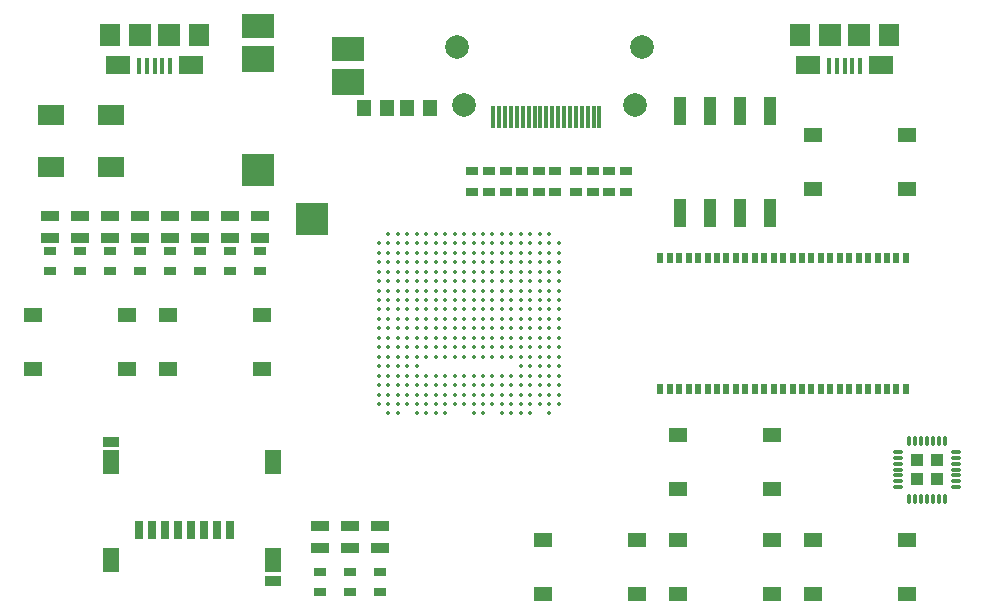
<source format=gtp>
G04 #@! TF.GenerationSoftware,KiCad,Pcbnew,5.0.0+dfsg1-1*
G04 #@! TF.CreationDate,2018-08-10T18:38:10+02:00*
G04 #@! TF.ProjectId,ulx3s,756C7833732E6B696361645F70636200,rev?*
G04 #@! TF.SameCoordinates,Original*
G04 #@! TF.FileFunction,Paste,Top*
G04 #@! TF.FilePolarity,Positive*
%FSLAX46Y46*%
G04 Gerber Fmt 4.6, Leading zero omitted, Abs format (unit mm)*
G04 Created by KiCad (PCBNEW 5.0.0+dfsg1-1) date Fri Aug 10 18:38:10 2018*
%MOMM*%
%LPD*%
G01*
G04 APERTURE LIST*
%ADD10C,0.350000*%
%ADD11R,0.300000X1.900000*%
%ADD12C,2.000000*%
%ADD13R,1.120000X2.440000*%
%ADD14R,0.560000X0.900000*%
%ADD15O,0.850000X0.300000*%
%ADD16O,0.300000X0.850000*%
%ADD17R,1.005000X1.005000*%
%ADD18R,2.800000X2.000000*%
%ADD19R,2.800000X2.200000*%
%ADD20R,2.800000X2.800000*%
%ADD21R,0.700000X1.500000*%
%ADD22R,1.450000X0.900000*%
%ADD23R,1.450000X2.000000*%
%ADD24R,2.200000X1.800000*%
%ADD25R,1.000000X0.670000*%
%ADD26R,1.500000X0.970000*%
%ADD27R,1.295000X1.400000*%
%ADD28R,1.800000X1.900000*%
%ADD29R,0.400000X1.350000*%
%ADD30R,1.900000X1.900000*%
%ADD31R,2.100000X1.600000*%
%ADD32R,1.550000X1.300000*%
G04 APERTURE END LIST*
D10*
G04 #@! TO.C,U1*
X145280000Y-95400000D03*
X143680000Y-95400000D03*
X142880000Y-95400000D03*
X142080000Y-95400000D03*
X141280000Y-95400000D03*
X139680000Y-95400000D03*
X138880000Y-95400000D03*
X136480000Y-95400000D03*
X135680000Y-95400000D03*
X134880000Y-95400000D03*
X134080000Y-95400000D03*
X132480000Y-95400000D03*
X131680000Y-95400000D03*
X146080000Y-94600000D03*
X145280000Y-94600000D03*
X144480000Y-94600000D03*
X143680000Y-94600000D03*
X142880000Y-94600000D03*
X142080000Y-94600000D03*
X141280000Y-94600000D03*
X140480000Y-94600000D03*
X139680000Y-94600000D03*
X138880000Y-94600000D03*
X138080000Y-94600000D03*
X137280000Y-94600000D03*
X136480000Y-94600000D03*
X135680000Y-94600000D03*
X134880000Y-94600000D03*
X134080000Y-94600000D03*
X133280000Y-94600000D03*
X132480000Y-94600000D03*
X131680000Y-94600000D03*
X130880000Y-94600000D03*
X146080000Y-93800000D03*
X145280000Y-93800000D03*
X144480000Y-93800000D03*
X143680000Y-93800000D03*
X142880000Y-93800000D03*
X142080000Y-93800000D03*
X141280000Y-93800000D03*
X140480000Y-93800000D03*
X139680000Y-93800000D03*
X138880000Y-93800000D03*
X138080000Y-93800000D03*
X137280000Y-93800000D03*
X136480000Y-93800000D03*
X135680000Y-93800000D03*
X134880000Y-93800000D03*
X134080000Y-93800000D03*
X133280000Y-93800000D03*
X132480000Y-93800000D03*
X131680000Y-93800000D03*
X130880000Y-93800000D03*
X146080000Y-93000000D03*
X145280000Y-93000000D03*
X144480000Y-93000000D03*
X143680000Y-93000000D03*
X142880000Y-93000000D03*
X142080000Y-93000000D03*
X141280000Y-93000000D03*
X140480000Y-93000000D03*
X139680000Y-93000000D03*
X138880000Y-93000000D03*
X138080000Y-93000000D03*
X137280000Y-93000000D03*
X136480000Y-93000000D03*
X135680000Y-93000000D03*
X134880000Y-93000000D03*
X134080000Y-93000000D03*
X133280000Y-93000000D03*
X132480000Y-93000000D03*
X131680000Y-93000000D03*
X130880000Y-93000000D03*
X146080000Y-92200000D03*
X145280000Y-92200000D03*
X144480000Y-92200000D03*
X143680000Y-92200000D03*
X142880000Y-92200000D03*
X142080000Y-92200000D03*
X141280000Y-92200000D03*
X140480000Y-92200000D03*
X139680000Y-92200000D03*
X138880000Y-92200000D03*
X138080000Y-92200000D03*
X137280000Y-92200000D03*
X136480000Y-92200000D03*
X135680000Y-92200000D03*
X134880000Y-92200000D03*
X134080000Y-92200000D03*
X133280000Y-92200000D03*
X132480000Y-92200000D03*
X131680000Y-92200000D03*
X130880000Y-92200000D03*
X146080000Y-91400000D03*
X145280000Y-91400000D03*
X144480000Y-91400000D03*
X143680000Y-91400000D03*
X142880000Y-91400000D03*
X134080000Y-91400000D03*
X133280000Y-91400000D03*
X132480000Y-91400000D03*
X131680000Y-91400000D03*
X130880000Y-91400000D03*
X146080000Y-90600000D03*
X145280000Y-90600000D03*
X144480000Y-90600000D03*
X143680000Y-90600000D03*
X142880000Y-90600000D03*
X142080000Y-90600000D03*
X141280000Y-90600000D03*
X140480000Y-90600000D03*
X139680000Y-90600000D03*
X138880000Y-90600000D03*
X138080000Y-90600000D03*
X137280000Y-90600000D03*
X136480000Y-90600000D03*
X135680000Y-90600000D03*
X134880000Y-90600000D03*
X134080000Y-90600000D03*
X133280000Y-90600000D03*
X132480000Y-90600000D03*
X131680000Y-90600000D03*
X130880000Y-90600000D03*
X146080000Y-89800000D03*
X145280000Y-89800000D03*
X144480000Y-89800000D03*
X143680000Y-89800000D03*
X142880000Y-89800000D03*
X142080000Y-89800000D03*
X141280000Y-89800000D03*
X140480000Y-89800000D03*
X139680000Y-89800000D03*
X138880000Y-89800000D03*
X138080000Y-89800000D03*
X137280000Y-89800000D03*
X136480000Y-89800000D03*
X135680000Y-89800000D03*
X134880000Y-89800000D03*
X134080000Y-89800000D03*
X133280000Y-89800000D03*
X132480000Y-89800000D03*
X131680000Y-89800000D03*
X130880000Y-89800000D03*
X146080000Y-89000000D03*
X145280000Y-89000000D03*
X144480000Y-89000000D03*
X143680000Y-89000000D03*
X142880000Y-89000000D03*
X142080000Y-89000000D03*
X141280000Y-89000000D03*
X140480000Y-89000000D03*
X139680000Y-89000000D03*
X138880000Y-89000000D03*
X138080000Y-89000000D03*
X137280000Y-89000000D03*
X136480000Y-89000000D03*
X135680000Y-89000000D03*
X134880000Y-89000000D03*
X134080000Y-89000000D03*
X133280000Y-89000000D03*
X132480000Y-89000000D03*
X131680000Y-89000000D03*
X130880000Y-89000000D03*
X146080000Y-88200000D03*
X145280000Y-88200000D03*
X144480000Y-88200000D03*
X143680000Y-88200000D03*
X142880000Y-88200000D03*
X142080000Y-88200000D03*
X141280000Y-88200000D03*
X140480000Y-88200000D03*
X139680000Y-88200000D03*
X138880000Y-88200000D03*
X138080000Y-88200000D03*
X137280000Y-88200000D03*
X136480000Y-88200000D03*
X135680000Y-88200000D03*
X134880000Y-88200000D03*
X134080000Y-88200000D03*
X133280000Y-88200000D03*
X132480000Y-88200000D03*
X131680000Y-88200000D03*
X130880000Y-88200000D03*
X146080000Y-87400000D03*
X145280000Y-87400000D03*
X144480000Y-87400000D03*
X143680000Y-87400000D03*
X142880000Y-87400000D03*
X142080000Y-87400000D03*
X141280000Y-87400000D03*
X140480000Y-87400000D03*
X139680000Y-87400000D03*
X138880000Y-87400000D03*
X138080000Y-87400000D03*
X137280000Y-87400000D03*
X136480000Y-87400000D03*
X135680000Y-87400000D03*
X134880000Y-87400000D03*
X134080000Y-87400000D03*
X133280000Y-87400000D03*
X132480000Y-87400000D03*
X131680000Y-87400000D03*
X130880000Y-87400000D03*
X146080000Y-86600000D03*
X145280000Y-86600000D03*
X144480000Y-86600000D03*
X143680000Y-86600000D03*
X142880000Y-86600000D03*
X142080000Y-86600000D03*
X141280000Y-86600000D03*
X140480000Y-86600000D03*
X139680000Y-86600000D03*
X138880000Y-86600000D03*
X138080000Y-86600000D03*
X137280000Y-86600000D03*
X136480000Y-86600000D03*
X135680000Y-86600000D03*
X134880000Y-86600000D03*
X134080000Y-86600000D03*
X133280000Y-86600000D03*
X132480000Y-86600000D03*
X131680000Y-86600000D03*
X130880000Y-86600000D03*
X146080000Y-85800000D03*
X145280000Y-85800000D03*
X144480000Y-85800000D03*
X143680000Y-85800000D03*
X142880000Y-85800000D03*
X142080000Y-85800000D03*
X141280000Y-85800000D03*
X140480000Y-85800000D03*
X139680000Y-85800000D03*
X138880000Y-85800000D03*
X138080000Y-85800000D03*
X137280000Y-85800000D03*
X136480000Y-85800000D03*
X135680000Y-85800000D03*
X134880000Y-85800000D03*
X134080000Y-85800000D03*
X133280000Y-85800000D03*
X132480000Y-85800000D03*
X131680000Y-85800000D03*
X130880000Y-85800000D03*
X146080000Y-85000000D03*
X145280000Y-85000000D03*
X144480000Y-85000000D03*
X143680000Y-85000000D03*
X142880000Y-85000000D03*
X142080000Y-85000000D03*
X141280000Y-85000000D03*
X140480000Y-85000000D03*
X139680000Y-85000000D03*
X138880000Y-85000000D03*
X138080000Y-85000000D03*
X137280000Y-85000000D03*
X136480000Y-85000000D03*
X135680000Y-85000000D03*
X134880000Y-85000000D03*
X134080000Y-85000000D03*
X133280000Y-85000000D03*
X132480000Y-85000000D03*
X131680000Y-85000000D03*
X130880000Y-85000000D03*
X146080000Y-84200000D03*
X145280000Y-84200000D03*
X144480000Y-84200000D03*
X143680000Y-84200000D03*
X142880000Y-84200000D03*
X142080000Y-84200000D03*
X141280000Y-84200000D03*
X140480000Y-84200000D03*
X139680000Y-84200000D03*
X138880000Y-84200000D03*
X138080000Y-84200000D03*
X137280000Y-84200000D03*
X136480000Y-84200000D03*
X135680000Y-84200000D03*
X134880000Y-84200000D03*
X134080000Y-84200000D03*
X133280000Y-84200000D03*
X132480000Y-84200000D03*
X131680000Y-84200000D03*
X130880000Y-84200000D03*
X146080000Y-83400000D03*
X145280000Y-83400000D03*
X144480000Y-83400000D03*
X143680000Y-83400000D03*
X142880000Y-83400000D03*
X142080000Y-83400000D03*
X141280000Y-83400000D03*
X140480000Y-83400000D03*
X139680000Y-83400000D03*
X138880000Y-83400000D03*
X138080000Y-83400000D03*
X137280000Y-83400000D03*
X136480000Y-83400000D03*
X135680000Y-83400000D03*
X134880000Y-83400000D03*
X134080000Y-83400000D03*
X133280000Y-83400000D03*
X132480000Y-83400000D03*
X131680000Y-83400000D03*
X130880000Y-83400000D03*
X146080000Y-82600000D03*
X145280000Y-82600000D03*
X144480000Y-82600000D03*
X143680000Y-82600000D03*
X142880000Y-82600000D03*
X142080000Y-82600000D03*
X141280000Y-82600000D03*
X140480000Y-82600000D03*
X139680000Y-82600000D03*
X138880000Y-82600000D03*
X138080000Y-82600000D03*
X137280000Y-82600000D03*
X136480000Y-82600000D03*
X135680000Y-82600000D03*
X134880000Y-82600000D03*
X134080000Y-82600000D03*
X133280000Y-82600000D03*
X132480000Y-82600000D03*
X131680000Y-82600000D03*
X130880000Y-82600000D03*
X146080000Y-81800000D03*
X145280000Y-81800000D03*
X144480000Y-81800000D03*
X143680000Y-81800000D03*
X142880000Y-81800000D03*
X142080000Y-81800000D03*
X141280000Y-81800000D03*
X140480000Y-81800000D03*
X139680000Y-81800000D03*
X138880000Y-81800000D03*
X138080000Y-81800000D03*
X137280000Y-81800000D03*
X136480000Y-81800000D03*
X135680000Y-81800000D03*
X134880000Y-81800000D03*
X134080000Y-81800000D03*
X133280000Y-81800000D03*
X132480000Y-81800000D03*
X131680000Y-81800000D03*
X130880000Y-81800000D03*
X146080000Y-81000000D03*
X145280000Y-81000000D03*
X144480000Y-81000000D03*
X143680000Y-81000000D03*
X142880000Y-81000000D03*
X142080000Y-81000000D03*
X141280000Y-81000000D03*
X140480000Y-81000000D03*
X139680000Y-81000000D03*
X138880000Y-81000000D03*
X138080000Y-81000000D03*
X137280000Y-81000000D03*
X136480000Y-81000000D03*
X135680000Y-81000000D03*
X134880000Y-81000000D03*
X134080000Y-81000000D03*
X133280000Y-81000000D03*
X132480000Y-81000000D03*
X131680000Y-81000000D03*
X130880000Y-81000000D03*
X145280000Y-80200000D03*
X144480000Y-80200000D03*
X143680000Y-80200000D03*
X142880000Y-80200000D03*
X142080000Y-80200000D03*
X141280000Y-80200000D03*
X140480000Y-80200000D03*
X139680000Y-80200000D03*
X138880000Y-80200000D03*
X138080000Y-80200000D03*
X137280000Y-80200000D03*
X136480000Y-80200000D03*
X135680000Y-80200000D03*
X134880000Y-80200000D03*
X134080000Y-80200000D03*
X133280000Y-80200000D03*
X132480000Y-80200000D03*
X131680000Y-80200000D03*
G04 #@! TD*
D11*
G04 #@! TO.C,GPDI1*
X149546000Y-70312000D03*
X149046000Y-70312000D03*
X148546000Y-70312000D03*
X148046000Y-70312000D03*
X147546000Y-70312000D03*
X147046000Y-70312000D03*
X146546000Y-70312000D03*
X146046000Y-70312000D03*
X145546000Y-70312000D03*
X145046000Y-70312000D03*
X144546000Y-70312000D03*
X144046000Y-70312000D03*
X143546000Y-70312000D03*
X143046000Y-70312000D03*
X142546000Y-70312000D03*
X142046000Y-70312000D03*
X141546000Y-70312000D03*
X141046000Y-70312000D03*
X140546000Y-70312000D03*
D12*
X152546000Y-69312000D03*
X138046000Y-69312000D03*
X153146000Y-64412000D03*
X137446000Y-64412000D03*
G04 #@! TD*
D13*
G04 #@! TO.C,SW1*
X156330000Y-69815000D03*
X163950000Y-78425000D03*
X158870000Y-69815000D03*
X161410000Y-78425000D03*
X161410000Y-69815000D03*
X158870000Y-78425000D03*
X163950000Y-69815000D03*
X156330000Y-78425000D03*
G04 #@! TD*
D14*
G04 #@! TO.C,U2*
X175493000Y-82270000D03*
X154693000Y-93330000D03*
X155493000Y-93330000D03*
X156293000Y-93330000D03*
X157093000Y-93330000D03*
X157893000Y-93330000D03*
X158693000Y-93330000D03*
X159493000Y-93330000D03*
X160293000Y-93330000D03*
X161093000Y-93330000D03*
X161893000Y-93330000D03*
X162693000Y-93330000D03*
X163493000Y-93330000D03*
X164293000Y-93330000D03*
X165093000Y-93330000D03*
X165893000Y-93330000D03*
X166693000Y-93330000D03*
X167493000Y-93330000D03*
X168293000Y-93330000D03*
X169093000Y-93330000D03*
X169893000Y-93330000D03*
X170693000Y-93330000D03*
X171493000Y-93330000D03*
X172293000Y-93330000D03*
X173093000Y-93330000D03*
X173893000Y-93330000D03*
X174693000Y-93330000D03*
X175493000Y-93330000D03*
X174693000Y-82270000D03*
X173893000Y-82270000D03*
X173093000Y-82270000D03*
X172293000Y-82270000D03*
X171493000Y-82270000D03*
X170693000Y-82270000D03*
X169893000Y-82270000D03*
X169093000Y-82270000D03*
X168293000Y-82270000D03*
X167493000Y-82270000D03*
X166693000Y-82270000D03*
X165893000Y-82270000D03*
X165093000Y-82270000D03*
X164293000Y-82270000D03*
X163493000Y-82270000D03*
X162693000Y-82270000D03*
X161893000Y-82270000D03*
X161093000Y-82270000D03*
X160293000Y-82270000D03*
X159493000Y-82270000D03*
X158693000Y-82270000D03*
X157893000Y-82270000D03*
X157093000Y-82270000D03*
X156293000Y-82270000D03*
X155493000Y-82270000D03*
X154693000Y-82270000D03*
G04 #@! TD*
D15*
G04 #@! TO.C,U8*
X179735000Y-101655000D03*
X179735000Y-101155000D03*
X179735000Y-100655000D03*
X179735000Y-100155000D03*
X179735000Y-99655000D03*
X179735000Y-99155000D03*
X179735000Y-98655000D03*
D16*
X178785000Y-97705000D03*
X178285000Y-97705000D03*
X177785000Y-97705000D03*
X177285000Y-97705000D03*
X176785000Y-97705000D03*
X176285000Y-97705000D03*
X175785000Y-97705000D03*
D15*
X174835000Y-98655000D03*
X174835000Y-99155000D03*
X174835000Y-99655000D03*
X174835000Y-100155000D03*
X174835000Y-100655000D03*
X174835000Y-101155000D03*
X174835000Y-101655000D03*
D16*
X175785000Y-102605000D03*
X176285000Y-102605000D03*
X176785000Y-102605000D03*
X177285000Y-102605000D03*
X177785000Y-102605000D03*
X178285000Y-102605000D03*
X178785000Y-102605000D03*
D17*
X176447500Y-99317500D03*
X176447500Y-100992500D03*
X178122500Y-99317500D03*
X178122500Y-100992500D03*
G04 #@! TD*
D18*
G04 #@! TO.C,AUDIO1*
X120668000Y-62618000D03*
D19*
X120668000Y-65418000D03*
D20*
X120668000Y-74818000D03*
X125218000Y-78918000D03*
D19*
X128268000Y-67318000D03*
D18*
X128268000Y-64518000D03*
G04 #@! TD*
D21*
G04 #@! TO.C,SD1*
X118250000Y-105250000D03*
X117150000Y-105250000D03*
X116050000Y-105250000D03*
X114950000Y-105250000D03*
X113850000Y-105250000D03*
X112750000Y-105250000D03*
X111650000Y-105250000D03*
X110550000Y-105250000D03*
D22*
X121925000Y-109550000D03*
X108175000Y-97850000D03*
D23*
X108175000Y-107850000D03*
X121925000Y-107850000D03*
X121925000Y-99550000D03*
X108175000Y-99550000D03*
G04 #@! TD*
D24*
G04 #@! TO.C,Y1*
X108212000Y-70160000D03*
X103132000Y-70160000D03*
X103132000Y-74560000D03*
X108212000Y-74560000D03*
G04 #@! TD*
D25*
G04 #@! TO.C,C36*
X150361000Y-76646000D03*
X150361000Y-74896000D03*
G04 #@! TD*
G04 #@! TO.C,C37*
X151758000Y-74896000D03*
X151758000Y-76646000D03*
G04 #@! TD*
G04 #@! TO.C,C38*
X140201000Y-74896000D03*
X140201000Y-76646000D03*
G04 #@! TD*
G04 #@! TO.C,C39*
X142995000Y-76646000D03*
X142995000Y-74896000D03*
G04 #@! TD*
G04 #@! TO.C,C40*
X145789000Y-76646000D03*
X145789000Y-74896000D03*
G04 #@! TD*
G04 #@! TO.C,C41*
X148964000Y-74896000D03*
X148964000Y-76646000D03*
G04 #@! TD*
G04 #@! TO.C,C42*
X138742800Y-76638600D03*
X138742800Y-74888600D03*
G04 #@! TD*
G04 #@! TO.C,C43*
X141598000Y-74896000D03*
X141598000Y-76646000D03*
G04 #@! TD*
G04 #@! TO.C,C44*
X144392000Y-74896000D03*
X144392000Y-76646000D03*
G04 #@! TD*
G04 #@! TO.C,C45*
X147567000Y-76634000D03*
X147567000Y-74884000D03*
G04 #@! TD*
D26*
G04 #@! TO.C,D19*
X130930000Y-106825000D03*
X130930000Y-104915000D03*
G04 #@! TD*
G04 #@! TO.C,D0*
X120770000Y-78644000D03*
X120770000Y-80554000D03*
G04 #@! TD*
G04 #@! TO.C,D1*
X118230000Y-80554000D03*
X118230000Y-78644000D03*
G04 #@! TD*
G04 #@! TO.C,D2*
X115690000Y-78644000D03*
X115690000Y-80554000D03*
G04 #@! TD*
G04 #@! TO.C,D3*
X113150000Y-78644000D03*
X113150000Y-80554000D03*
G04 #@! TD*
G04 #@! TO.C,D4*
X110610000Y-80554000D03*
X110610000Y-78644000D03*
G04 #@! TD*
G04 #@! TO.C,D5*
X108070000Y-80554000D03*
X108070000Y-78644000D03*
G04 #@! TD*
G04 #@! TO.C,D6*
X105545000Y-78644000D03*
X105545000Y-80554000D03*
G04 #@! TD*
G04 #@! TO.C,D7*
X102990000Y-80554000D03*
X102990000Y-78644000D03*
G04 #@! TD*
G04 #@! TO.C,D18*
X128390000Y-106825000D03*
X128390000Y-104915000D03*
G04 #@! TD*
G04 #@! TO.C,D22*
X125850000Y-104915000D03*
X125850000Y-106825000D03*
G04 #@! TD*
D25*
G04 #@! TO.C,R41*
X120770000Y-83377000D03*
X120770000Y-81627000D03*
G04 #@! TD*
G04 #@! TO.C,R42*
X118230000Y-81627000D03*
X118230000Y-83377000D03*
G04 #@! TD*
G04 #@! TO.C,R43*
X115690000Y-83377000D03*
X115690000Y-81627000D03*
G04 #@! TD*
G04 #@! TO.C,R44*
X113150000Y-81627000D03*
X113150000Y-83377000D03*
G04 #@! TD*
G04 #@! TO.C,R45*
X110610000Y-81627000D03*
X110610000Y-83377000D03*
G04 #@! TD*
G04 #@! TO.C,R46*
X108070000Y-83377000D03*
X108070000Y-81627000D03*
G04 #@! TD*
G04 #@! TO.C,R47*
X105530000Y-81627000D03*
X105530000Y-83377000D03*
G04 #@! TD*
G04 #@! TO.C,R48*
X102990000Y-83377000D03*
X102990000Y-81627000D03*
G04 #@! TD*
G04 #@! TO.C,R36*
X128390000Y-110555000D03*
X128390000Y-108805000D03*
G04 #@! TD*
G04 #@! TO.C,R37*
X130930000Y-110555000D03*
X130930000Y-108805000D03*
G04 #@! TD*
G04 #@! TO.C,R62*
X125850000Y-108805000D03*
X125850000Y-110555000D03*
G04 #@! TD*
D27*
G04 #@! TO.C,RV2*
X131531500Y-69566000D03*
X129596500Y-69566000D03*
G04 #@! TD*
G04 #@! TO.C,RV3*
X133279500Y-69566000D03*
X135214500Y-69566000D03*
G04 #@! TD*
D28*
G04 #@! TO.C,US1*
X108080000Y-63325000D03*
X115680000Y-63325000D03*
D29*
X110580000Y-66000000D03*
X111230000Y-66000000D03*
X111880000Y-66000000D03*
X112530000Y-66000000D03*
X113180000Y-66000000D03*
D30*
X110680000Y-63325000D03*
X113080000Y-63325000D03*
D31*
X108780000Y-65875000D03*
X114980000Y-65875000D03*
G04 #@! TD*
G04 #@! TO.C,US2*
X173400000Y-65875000D03*
X167200000Y-65875000D03*
D30*
X171500000Y-63325000D03*
X169100000Y-63325000D03*
D29*
X171600000Y-66000000D03*
X170950000Y-66000000D03*
X170300000Y-66000000D03*
X169650000Y-66000000D03*
X169000000Y-66000000D03*
D28*
X174100000Y-63325000D03*
X166500000Y-63325000D03*
G04 #@! TD*
D32*
G04 #@! TO.C,B0*
X175550000Y-71870000D03*
X175550000Y-76370000D03*
X167590000Y-76370000D03*
X167590000Y-71870000D03*
G04 #@! TD*
G04 #@! TO.C,B1*
X109510000Y-91610000D03*
X109510000Y-87110000D03*
X101550000Y-87110000D03*
X101550000Y-91610000D03*
G04 #@! TD*
G04 #@! TO.C,B2*
X112980000Y-91610000D03*
X112980000Y-87110000D03*
X120940000Y-87110000D03*
X120940000Y-91610000D03*
G04 #@! TD*
G04 #@! TO.C,B3*
X164120000Y-101770000D03*
X164120000Y-97270000D03*
X156160000Y-97270000D03*
X156160000Y-101770000D03*
G04 #@! TD*
G04 #@! TO.C,B4*
X164120000Y-106160000D03*
X164120000Y-110660000D03*
X156160000Y-110660000D03*
X156160000Y-106160000D03*
G04 #@! TD*
G04 #@! TO.C,B5*
X144730000Y-106160000D03*
X144730000Y-110660000D03*
X152690000Y-110660000D03*
X152690000Y-106160000D03*
G04 #@! TD*
G04 #@! TO.C,B6*
X175550000Y-106160000D03*
X175550000Y-110660000D03*
X167590000Y-110660000D03*
X167590000Y-106160000D03*
G04 #@! TD*
M02*

</source>
